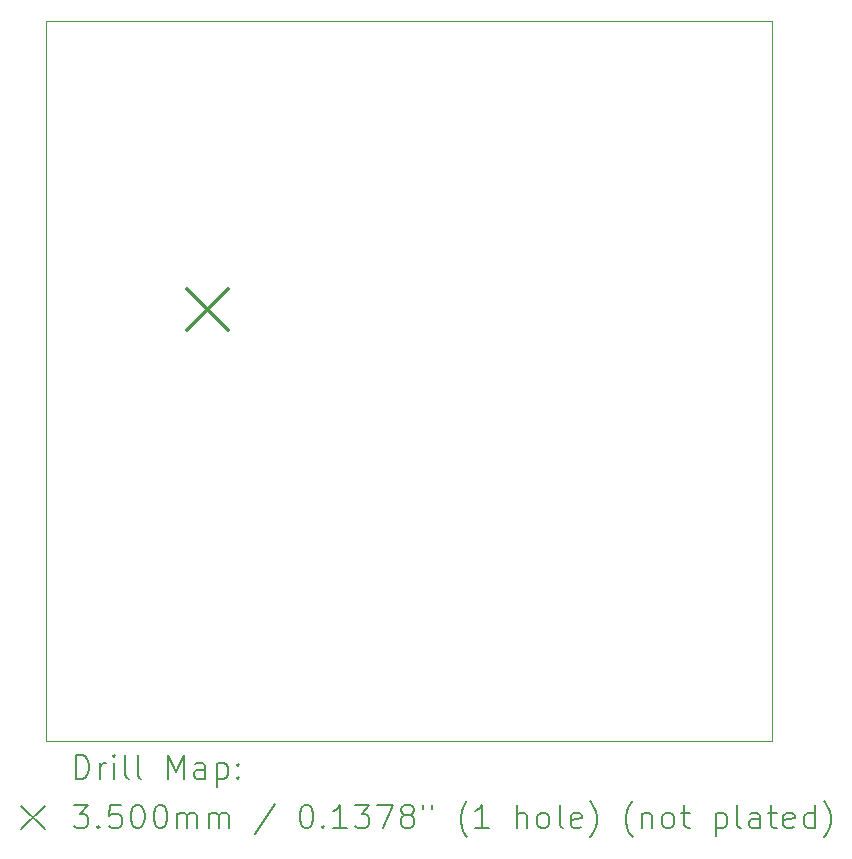
<source format=gbr>
%TF.GenerationSoftware,KiCad,Pcbnew,7.0.9*%
%TF.CreationDate,2025-09-04T13:28:03+02:00*%
%TF.ProjectId,Kicad_Projet_Sons_HW896_V1,4b696361-645f-4507-926f-6a65745f536f,rev?*%
%TF.SameCoordinates,Original*%
%TF.FileFunction,Drillmap*%
%TF.FilePolarity,Positive*%
%FSLAX45Y45*%
G04 Gerber Fmt 4.5, Leading zero omitted, Abs format (unit mm)*
G04 Created by KiCad (PCBNEW 7.0.9) date 2025-09-04 13:28:03*
%MOMM*%
%LPD*%
G01*
G04 APERTURE LIST*
%ADD10C,0.100000*%
%ADD11C,0.200000*%
%ADD12C,0.350000*%
G04 APERTURE END LIST*
D10*
X11580000Y-10810000D02*
X11580000Y-4710000D01*
X11580000Y-4710000D02*
X17730000Y-4710000D01*
X17730000Y-10810000D02*
X11580000Y-10810000D01*
X17730000Y-4710000D02*
X17730000Y-10810000D01*
D11*
D12*
X12776000Y-6979000D02*
X13126000Y-7329000D01*
X13126000Y-6979000D02*
X12776000Y-7329000D01*
D11*
X11835777Y-11126484D02*
X11835777Y-10926484D01*
X11835777Y-10926484D02*
X11883396Y-10926484D01*
X11883396Y-10926484D02*
X11911967Y-10936008D01*
X11911967Y-10936008D02*
X11931015Y-10955055D01*
X11931015Y-10955055D02*
X11940539Y-10974103D01*
X11940539Y-10974103D02*
X11950062Y-11012198D01*
X11950062Y-11012198D02*
X11950062Y-11040770D01*
X11950062Y-11040770D02*
X11940539Y-11078865D01*
X11940539Y-11078865D02*
X11931015Y-11097912D01*
X11931015Y-11097912D02*
X11911967Y-11116960D01*
X11911967Y-11116960D02*
X11883396Y-11126484D01*
X11883396Y-11126484D02*
X11835777Y-11126484D01*
X12035777Y-11126484D02*
X12035777Y-10993150D01*
X12035777Y-11031246D02*
X12045301Y-11012198D01*
X12045301Y-11012198D02*
X12054824Y-11002674D01*
X12054824Y-11002674D02*
X12073872Y-10993150D01*
X12073872Y-10993150D02*
X12092920Y-10993150D01*
X12159586Y-11126484D02*
X12159586Y-10993150D01*
X12159586Y-10926484D02*
X12150062Y-10936008D01*
X12150062Y-10936008D02*
X12159586Y-10945531D01*
X12159586Y-10945531D02*
X12169110Y-10936008D01*
X12169110Y-10936008D02*
X12159586Y-10926484D01*
X12159586Y-10926484D02*
X12159586Y-10945531D01*
X12283396Y-11126484D02*
X12264348Y-11116960D01*
X12264348Y-11116960D02*
X12254824Y-11097912D01*
X12254824Y-11097912D02*
X12254824Y-10926484D01*
X12388158Y-11126484D02*
X12369110Y-11116960D01*
X12369110Y-11116960D02*
X12359586Y-11097912D01*
X12359586Y-11097912D02*
X12359586Y-10926484D01*
X12616729Y-11126484D02*
X12616729Y-10926484D01*
X12616729Y-10926484D02*
X12683396Y-11069341D01*
X12683396Y-11069341D02*
X12750062Y-10926484D01*
X12750062Y-10926484D02*
X12750062Y-11126484D01*
X12931015Y-11126484D02*
X12931015Y-11021722D01*
X12931015Y-11021722D02*
X12921491Y-11002674D01*
X12921491Y-11002674D02*
X12902443Y-10993150D01*
X12902443Y-10993150D02*
X12864348Y-10993150D01*
X12864348Y-10993150D02*
X12845301Y-11002674D01*
X12931015Y-11116960D02*
X12911967Y-11126484D01*
X12911967Y-11126484D02*
X12864348Y-11126484D01*
X12864348Y-11126484D02*
X12845301Y-11116960D01*
X12845301Y-11116960D02*
X12835777Y-11097912D01*
X12835777Y-11097912D02*
X12835777Y-11078865D01*
X12835777Y-11078865D02*
X12845301Y-11059817D01*
X12845301Y-11059817D02*
X12864348Y-11050293D01*
X12864348Y-11050293D02*
X12911967Y-11050293D01*
X12911967Y-11050293D02*
X12931015Y-11040770D01*
X13026253Y-10993150D02*
X13026253Y-11193150D01*
X13026253Y-11002674D02*
X13045301Y-10993150D01*
X13045301Y-10993150D02*
X13083396Y-10993150D01*
X13083396Y-10993150D02*
X13102443Y-11002674D01*
X13102443Y-11002674D02*
X13111967Y-11012198D01*
X13111967Y-11012198D02*
X13121491Y-11031246D01*
X13121491Y-11031246D02*
X13121491Y-11088389D01*
X13121491Y-11088389D02*
X13111967Y-11107436D01*
X13111967Y-11107436D02*
X13102443Y-11116960D01*
X13102443Y-11116960D02*
X13083396Y-11126484D01*
X13083396Y-11126484D02*
X13045301Y-11126484D01*
X13045301Y-11126484D02*
X13026253Y-11116960D01*
X13207205Y-11107436D02*
X13216729Y-11116960D01*
X13216729Y-11116960D02*
X13207205Y-11126484D01*
X13207205Y-11126484D02*
X13197682Y-11116960D01*
X13197682Y-11116960D02*
X13207205Y-11107436D01*
X13207205Y-11107436D02*
X13207205Y-11126484D01*
X13207205Y-11002674D02*
X13216729Y-11012198D01*
X13216729Y-11012198D02*
X13207205Y-11021722D01*
X13207205Y-11021722D02*
X13197682Y-11012198D01*
X13197682Y-11012198D02*
X13207205Y-11002674D01*
X13207205Y-11002674D02*
X13207205Y-11021722D01*
X11375000Y-11355000D02*
X11575000Y-11555000D01*
X11575000Y-11355000D02*
X11375000Y-11555000D01*
X11816729Y-11346484D02*
X11940539Y-11346484D01*
X11940539Y-11346484D02*
X11873872Y-11422674D01*
X11873872Y-11422674D02*
X11902443Y-11422674D01*
X11902443Y-11422674D02*
X11921491Y-11432198D01*
X11921491Y-11432198D02*
X11931015Y-11441722D01*
X11931015Y-11441722D02*
X11940539Y-11460769D01*
X11940539Y-11460769D02*
X11940539Y-11508388D01*
X11940539Y-11508388D02*
X11931015Y-11527436D01*
X11931015Y-11527436D02*
X11921491Y-11536960D01*
X11921491Y-11536960D02*
X11902443Y-11546484D01*
X11902443Y-11546484D02*
X11845301Y-11546484D01*
X11845301Y-11546484D02*
X11826253Y-11536960D01*
X11826253Y-11536960D02*
X11816729Y-11527436D01*
X12026253Y-11527436D02*
X12035777Y-11536960D01*
X12035777Y-11536960D02*
X12026253Y-11546484D01*
X12026253Y-11546484D02*
X12016729Y-11536960D01*
X12016729Y-11536960D02*
X12026253Y-11527436D01*
X12026253Y-11527436D02*
X12026253Y-11546484D01*
X12216729Y-11346484D02*
X12121491Y-11346484D01*
X12121491Y-11346484D02*
X12111967Y-11441722D01*
X12111967Y-11441722D02*
X12121491Y-11432198D01*
X12121491Y-11432198D02*
X12140539Y-11422674D01*
X12140539Y-11422674D02*
X12188158Y-11422674D01*
X12188158Y-11422674D02*
X12207205Y-11432198D01*
X12207205Y-11432198D02*
X12216729Y-11441722D01*
X12216729Y-11441722D02*
X12226253Y-11460769D01*
X12226253Y-11460769D02*
X12226253Y-11508388D01*
X12226253Y-11508388D02*
X12216729Y-11527436D01*
X12216729Y-11527436D02*
X12207205Y-11536960D01*
X12207205Y-11536960D02*
X12188158Y-11546484D01*
X12188158Y-11546484D02*
X12140539Y-11546484D01*
X12140539Y-11546484D02*
X12121491Y-11536960D01*
X12121491Y-11536960D02*
X12111967Y-11527436D01*
X12350062Y-11346484D02*
X12369110Y-11346484D01*
X12369110Y-11346484D02*
X12388158Y-11356008D01*
X12388158Y-11356008D02*
X12397682Y-11365531D01*
X12397682Y-11365531D02*
X12407205Y-11384579D01*
X12407205Y-11384579D02*
X12416729Y-11422674D01*
X12416729Y-11422674D02*
X12416729Y-11470293D01*
X12416729Y-11470293D02*
X12407205Y-11508388D01*
X12407205Y-11508388D02*
X12397682Y-11527436D01*
X12397682Y-11527436D02*
X12388158Y-11536960D01*
X12388158Y-11536960D02*
X12369110Y-11546484D01*
X12369110Y-11546484D02*
X12350062Y-11546484D01*
X12350062Y-11546484D02*
X12331015Y-11536960D01*
X12331015Y-11536960D02*
X12321491Y-11527436D01*
X12321491Y-11527436D02*
X12311967Y-11508388D01*
X12311967Y-11508388D02*
X12302443Y-11470293D01*
X12302443Y-11470293D02*
X12302443Y-11422674D01*
X12302443Y-11422674D02*
X12311967Y-11384579D01*
X12311967Y-11384579D02*
X12321491Y-11365531D01*
X12321491Y-11365531D02*
X12331015Y-11356008D01*
X12331015Y-11356008D02*
X12350062Y-11346484D01*
X12540539Y-11346484D02*
X12559586Y-11346484D01*
X12559586Y-11346484D02*
X12578634Y-11356008D01*
X12578634Y-11356008D02*
X12588158Y-11365531D01*
X12588158Y-11365531D02*
X12597682Y-11384579D01*
X12597682Y-11384579D02*
X12607205Y-11422674D01*
X12607205Y-11422674D02*
X12607205Y-11470293D01*
X12607205Y-11470293D02*
X12597682Y-11508388D01*
X12597682Y-11508388D02*
X12588158Y-11527436D01*
X12588158Y-11527436D02*
X12578634Y-11536960D01*
X12578634Y-11536960D02*
X12559586Y-11546484D01*
X12559586Y-11546484D02*
X12540539Y-11546484D01*
X12540539Y-11546484D02*
X12521491Y-11536960D01*
X12521491Y-11536960D02*
X12511967Y-11527436D01*
X12511967Y-11527436D02*
X12502443Y-11508388D01*
X12502443Y-11508388D02*
X12492920Y-11470293D01*
X12492920Y-11470293D02*
X12492920Y-11422674D01*
X12492920Y-11422674D02*
X12502443Y-11384579D01*
X12502443Y-11384579D02*
X12511967Y-11365531D01*
X12511967Y-11365531D02*
X12521491Y-11356008D01*
X12521491Y-11356008D02*
X12540539Y-11346484D01*
X12692920Y-11546484D02*
X12692920Y-11413150D01*
X12692920Y-11432198D02*
X12702443Y-11422674D01*
X12702443Y-11422674D02*
X12721491Y-11413150D01*
X12721491Y-11413150D02*
X12750063Y-11413150D01*
X12750063Y-11413150D02*
X12769110Y-11422674D01*
X12769110Y-11422674D02*
X12778634Y-11441722D01*
X12778634Y-11441722D02*
X12778634Y-11546484D01*
X12778634Y-11441722D02*
X12788158Y-11422674D01*
X12788158Y-11422674D02*
X12807205Y-11413150D01*
X12807205Y-11413150D02*
X12835777Y-11413150D01*
X12835777Y-11413150D02*
X12854824Y-11422674D01*
X12854824Y-11422674D02*
X12864348Y-11441722D01*
X12864348Y-11441722D02*
X12864348Y-11546484D01*
X12959586Y-11546484D02*
X12959586Y-11413150D01*
X12959586Y-11432198D02*
X12969110Y-11422674D01*
X12969110Y-11422674D02*
X12988158Y-11413150D01*
X12988158Y-11413150D02*
X13016729Y-11413150D01*
X13016729Y-11413150D02*
X13035777Y-11422674D01*
X13035777Y-11422674D02*
X13045301Y-11441722D01*
X13045301Y-11441722D02*
X13045301Y-11546484D01*
X13045301Y-11441722D02*
X13054824Y-11422674D01*
X13054824Y-11422674D02*
X13073872Y-11413150D01*
X13073872Y-11413150D02*
X13102443Y-11413150D01*
X13102443Y-11413150D02*
X13121491Y-11422674D01*
X13121491Y-11422674D02*
X13131015Y-11441722D01*
X13131015Y-11441722D02*
X13131015Y-11546484D01*
X13521491Y-11336960D02*
X13350063Y-11594103D01*
X13778634Y-11346484D02*
X13797682Y-11346484D01*
X13797682Y-11346484D02*
X13816729Y-11356008D01*
X13816729Y-11356008D02*
X13826253Y-11365531D01*
X13826253Y-11365531D02*
X13835777Y-11384579D01*
X13835777Y-11384579D02*
X13845301Y-11422674D01*
X13845301Y-11422674D02*
X13845301Y-11470293D01*
X13845301Y-11470293D02*
X13835777Y-11508388D01*
X13835777Y-11508388D02*
X13826253Y-11527436D01*
X13826253Y-11527436D02*
X13816729Y-11536960D01*
X13816729Y-11536960D02*
X13797682Y-11546484D01*
X13797682Y-11546484D02*
X13778634Y-11546484D01*
X13778634Y-11546484D02*
X13759586Y-11536960D01*
X13759586Y-11536960D02*
X13750063Y-11527436D01*
X13750063Y-11527436D02*
X13740539Y-11508388D01*
X13740539Y-11508388D02*
X13731015Y-11470293D01*
X13731015Y-11470293D02*
X13731015Y-11422674D01*
X13731015Y-11422674D02*
X13740539Y-11384579D01*
X13740539Y-11384579D02*
X13750063Y-11365531D01*
X13750063Y-11365531D02*
X13759586Y-11356008D01*
X13759586Y-11356008D02*
X13778634Y-11346484D01*
X13931015Y-11527436D02*
X13940539Y-11536960D01*
X13940539Y-11536960D02*
X13931015Y-11546484D01*
X13931015Y-11546484D02*
X13921491Y-11536960D01*
X13921491Y-11536960D02*
X13931015Y-11527436D01*
X13931015Y-11527436D02*
X13931015Y-11546484D01*
X14131015Y-11546484D02*
X14016729Y-11546484D01*
X14073872Y-11546484D02*
X14073872Y-11346484D01*
X14073872Y-11346484D02*
X14054825Y-11375055D01*
X14054825Y-11375055D02*
X14035777Y-11394103D01*
X14035777Y-11394103D02*
X14016729Y-11403627D01*
X14197682Y-11346484D02*
X14321491Y-11346484D01*
X14321491Y-11346484D02*
X14254825Y-11422674D01*
X14254825Y-11422674D02*
X14283396Y-11422674D01*
X14283396Y-11422674D02*
X14302444Y-11432198D01*
X14302444Y-11432198D02*
X14311967Y-11441722D01*
X14311967Y-11441722D02*
X14321491Y-11460769D01*
X14321491Y-11460769D02*
X14321491Y-11508388D01*
X14321491Y-11508388D02*
X14311967Y-11527436D01*
X14311967Y-11527436D02*
X14302444Y-11536960D01*
X14302444Y-11536960D02*
X14283396Y-11546484D01*
X14283396Y-11546484D02*
X14226253Y-11546484D01*
X14226253Y-11546484D02*
X14207206Y-11536960D01*
X14207206Y-11536960D02*
X14197682Y-11527436D01*
X14388158Y-11346484D02*
X14521491Y-11346484D01*
X14521491Y-11346484D02*
X14435777Y-11546484D01*
X14626253Y-11432198D02*
X14607206Y-11422674D01*
X14607206Y-11422674D02*
X14597682Y-11413150D01*
X14597682Y-11413150D02*
X14588158Y-11394103D01*
X14588158Y-11394103D02*
X14588158Y-11384579D01*
X14588158Y-11384579D02*
X14597682Y-11365531D01*
X14597682Y-11365531D02*
X14607206Y-11356008D01*
X14607206Y-11356008D02*
X14626253Y-11346484D01*
X14626253Y-11346484D02*
X14664348Y-11346484D01*
X14664348Y-11346484D02*
X14683396Y-11356008D01*
X14683396Y-11356008D02*
X14692920Y-11365531D01*
X14692920Y-11365531D02*
X14702444Y-11384579D01*
X14702444Y-11384579D02*
X14702444Y-11394103D01*
X14702444Y-11394103D02*
X14692920Y-11413150D01*
X14692920Y-11413150D02*
X14683396Y-11422674D01*
X14683396Y-11422674D02*
X14664348Y-11432198D01*
X14664348Y-11432198D02*
X14626253Y-11432198D01*
X14626253Y-11432198D02*
X14607206Y-11441722D01*
X14607206Y-11441722D02*
X14597682Y-11451246D01*
X14597682Y-11451246D02*
X14588158Y-11470293D01*
X14588158Y-11470293D02*
X14588158Y-11508388D01*
X14588158Y-11508388D02*
X14597682Y-11527436D01*
X14597682Y-11527436D02*
X14607206Y-11536960D01*
X14607206Y-11536960D02*
X14626253Y-11546484D01*
X14626253Y-11546484D02*
X14664348Y-11546484D01*
X14664348Y-11546484D02*
X14683396Y-11536960D01*
X14683396Y-11536960D02*
X14692920Y-11527436D01*
X14692920Y-11527436D02*
X14702444Y-11508388D01*
X14702444Y-11508388D02*
X14702444Y-11470293D01*
X14702444Y-11470293D02*
X14692920Y-11451246D01*
X14692920Y-11451246D02*
X14683396Y-11441722D01*
X14683396Y-11441722D02*
X14664348Y-11432198D01*
X14778634Y-11346484D02*
X14778634Y-11384579D01*
X14854825Y-11346484D02*
X14854825Y-11384579D01*
X15150063Y-11622674D02*
X15140539Y-11613150D01*
X15140539Y-11613150D02*
X15121491Y-11584579D01*
X15121491Y-11584579D02*
X15111968Y-11565531D01*
X15111968Y-11565531D02*
X15102444Y-11536960D01*
X15102444Y-11536960D02*
X15092920Y-11489341D01*
X15092920Y-11489341D02*
X15092920Y-11451246D01*
X15092920Y-11451246D02*
X15102444Y-11403627D01*
X15102444Y-11403627D02*
X15111968Y-11375055D01*
X15111968Y-11375055D02*
X15121491Y-11356008D01*
X15121491Y-11356008D02*
X15140539Y-11327436D01*
X15140539Y-11327436D02*
X15150063Y-11317912D01*
X15331015Y-11546484D02*
X15216729Y-11546484D01*
X15273872Y-11546484D02*
X15273872Y-11346484D01*
X15273872Y-11346484D02*
X15254825Y-11375055D01*
X15254825Y-11375055D02*
X15235777Y-11394103D01*
X15235777Y-11394103D02*
X15216729Y-11403627D01*
X15569110Y-11546484D02*
X15569110Y-11346484D01*
X15654825Y-11546484D02*
X15654825Y-11441722D01*
X15654825Y-11441722D02*
X15645301Y-11422674D01*
X15645301Y-11422674D02*
X15626253Y-11413150D01*
X15626253Y-11413150D02*
X15597682Y-11413150D01*
X15597682Y-11413150D02*
X15578634Y-11422674D01*
X15578634Y-11422674D02*
X15569110Y-11432198D01*
X15778634Y-11546484D02*
X15759587Y-11536960D01*
X15759587Y-11536960D02*
X15750063Y-11527436D01*
X15750063Y-11527436D02*
X15740539Y-11508388D01*
X15740539Y-11508388D02*
X15740539Y-11451246D01*
X15740539Y-11451246D02*
X15750063Y-11432198D01*
X15750063Y-11432198D02*
X15759587Y-11422674D01*
X15759587Y-11422674D02*
X15778634Y-11413150D01*
X15778634Y-11413150D02*
X15807206Y-11413150D01*
X15807206Y-11413150D02*
X15826253Y-11422674D01*
X15826253Y-11422674D02*
X15835777Y-11432198D01*
X15835777Y-11432198D02*
X15845301Y-11451246D01*
X15845301Y-11451246D02*
X15845301Y-11508388D01*
X15845301Y-11508388D02*
X15835777Y-11527436D01*
X15835777Y-11527436D02*
X15826253Y-11536960D01*
X15826253Y-11536960D02*
X15807206Y-11546484D01*
X15807206Y-11546484D02*
X15778634Y-11546484D01*
X15959587Y-11546484D02*
X15940539Y-11536960D01*
X15940539Y-11536960D02*
X15931015Y-11517912D01*
X15931015Y-11517912D02*
X15931015Y-11346484D01*
X16111968Y-11536960D02*
X16092920Y-11546484D01*
X16092920Y-11546484D02*
X16054825Y-11546484D01*
X16054825Y-11546484D02*
X16035777Y-11536960D01*
X16035777Y-11536960D02*
X16026253Y-11517912D01*
X16026253Y-11517912D02*
X16026253Y-11441722D01*
X16026253Y-11441722D02*
X16035777Y-11422674D01*
X16035777Y-11422674D02*
X16054825Y-11413150D01*
X16054825Y-11413150D02*
X16092920Y-11413150D01*
X16092920Y-11413150D02*
X16111968Y-11422674D01*
X16111968Y-11422674D02*
X16121491Y-11441722D01*
X16121491Y-11441722D02*
X16121491Y-11460769D01*
X16121491Y-11460769D02*
X16026253Y-11479817D01*
X16188158Y-11622674D02*
X16197682Y-11613150D01*
X16197682Y-11613150D02*
X16216730Y-11584579D01*
X16216730Y-11584579D02*
X16226253Y-11565531D01*
X16226253Y-11565531D02*
X16235777Y-11536960D01*
X16235777Y-11536960D02*
X16245301Y-11489341D01*
X16245301Y-11489341D02*
X16245301Y-11451246D01*
X16245301Y-11451246D02*
X16235777Y-11403627D01*
X16235777Y-11403627D02*
X16226253Y-11375055D01*
X16226253Y-11375055D02*
X16216730Y-11356008D01*
X16216730Y-11356008D02*
X16197682Y-11327436D01*
X16197682Y-11327436D02*
X16188158Y-11317912D01*
X16550063Y-11622674D02*
X16540539Y-11613150D01*
X16540539Y-11613150D02*
X16521491Y-11584579D01*
X16521491Y-11584579D02*
X16511968Y-11565531D01*
X16511968Y-11565531D02*
X16502444Y-11536960D01*
X16502444Y-11536960D02*
X16492920Y-11489341D01*
X16492920Y-11489341D02*
X16492920Y-11451246D01*
X16492920Y-11451246D02*
X16502444Y-11403627D01*
X16502444Y-11403627D02*
X16511968Y-11375055D01*
X16511968Y-11375055D02*
X16521491Y-11356008D01*
X16521491Y-11356008D02*
X16540539Y-11327436D01*
X16540539Y-11327436D02*
X16550063Y-11317912D01*
X16626253Y-11413150D02*
X16626253Y-11546484D01*
X16626253Y-11432198D02*
X16635777Y-11422674D01*
X16635777Y-11422674D02*
X16654825Y-11413150D01*
X16654825Y-11413150D02*
X16683396Y-11413150D01*
X16683396Y-11413150D02*
X16702444Y-11422674D01*
X16702444Y-11422674D02*
X16711968Y-11441722D01*
X16711968Y-11441722D02*
X16711968Y-11546484D01*
X16835777Y-11546484D02*
X16816730Y-11536960D01*
X16816730Y-11536960D02*
X16807206Y-11527436D01*
X16807206Y-11527436D02*
X16797682Y-11508388D01*
X16797682Y-11508388D02*
X16797682Y-11451246D01*
X16797682Y-11451246D02*
X16807206Y-11432198D01*
X16807206Y-11432198D02*
X16816730Y-11422674D01*
X16816730Y-11422674D02*
X16835777Y-11413150D01*
X16835777Y-11413150D02*
X16864349Y-11413150D01*
X16864349Y-11413150D02*
X16883396Y-11422674D01*
X16883396Y-11422674D02*
X16892920Y-11432198D01*
X16892920Y-11432198D02*
X16902444Y-11451246D01*
X16902444Y-11451246D02*
X16902444Y-11508388D01*
X16902444Y-11508388D02*
X16892920Y-11527436D01*
X16892920Y-11527436D02*
X16883396Y-11536960D01*
X16883396Y-11536960D02*
X16864349Y-11546484D01*
X16864349Y-11546484D02*
X16835777Y-11546484D01*
X16959587Y-11413150D02*
X17035777Y-11413150D01*
X16988158Y-11346484D02*
X16988158Y-11517912D01*
X16988158Y-11517912D02*
X16997682Y-11536960D01*
X16997682Y-11536960D02*
X17016730Y-11546484D01*
X17016730Y-11546484D02*
X17035777Y-11546484D01*
X17254825Y-11413150D02*
X17254825Y-11613150D01*
X17254825Y-11422674D02*
X17273873Y-11413150D01*
X17273873Y-11413150D02*
X17311968Y-11413150D01*
X17311968Y-11413150D02*
X17331015Y-11422674D01*
X17331015Y-11422674D02*
X17340539Y-11432198D01*
X17340539Y-11432198D02*
X17350063Y-11451246D01*
X17350063Y-11451246D02*
X17350063Y-11508388D01*
X17350063Y-11508388D02*
X17340539Y-11527436D01*
X17340539Y-11527436D02*
X17331015Y-11536960D01*
X17331015Y-11536960D02*
X17311968Y-11546484D01*
X17311968Y-11546484D02*
X17273873Y-11546484D01*
X17273873Y-11546484D02*
X17254825Y-11536960D01*
X17464349Y-11546484D02*
X17445301Y-11536960D01*
X17445301Y-11536960D02*
X17435777Y-11517912D01*
X17435777Y-11517912D02*
X17435777Y-11346484D01*
X17626254Y-11546484D02*
X17626254Y-11441722D01*
X17626254Y-11441722D02*
X17616730Y-11422674D01*
X17616730Y-11422674D02*
X17597682Y-11413150D01*
X17597682Y-11413150D02*
X17559587Y-11413150D01*
X17559587Y-11413150D02*
X17540539Y-11422674D01*
X17626254Y-11536960D02*
X17607206Y-11546484D01*
X17607206Y-11546484D02*
X17559587Y-11546484D01*
X17559587Y-11546484D02*
X17540539Y-11536960D01*
X17540539Y-11536960D02*
X17531015Y-11517912D01*
X17531015Y-11517912D02*
X17531015Y-11498865D01*
X17531015Y-11498865D02*
X17540539Y-11479817D01*
X17540539Y-11479817D02*
X17559587Y-11470293D01*
X17559587Y-11470293D02*
X17607206Y-11470293D01*
X17607206Y-11470293D02*
X17626254Y-11460769D01*
X17692920Y-11413150D02*
X17769111Y-11413150D01*
X17721492Y-11346484D02*
X17721492Y-11517912D01*
X17721492Y-11517912D02*
X17731015Y-11536960D01*
X17731015Y-11536960D02*
X17750063Y-11546484D01*
X17750063Y-11546484D02*
X17769111Y-11546484D01*
X17911968Y-11536960D02*
X17892920Y-11546484D01*
X17892920Y-11546484D02*
X17854825Y-11546484D01*
X17854825Y-11546484D02*
X17835777Y-11536960D01*
X17835777Y-11536960D02*
X17826254Y-11517912D01*
X17826254Y-11517912D02*
X17826254Y-11441722D01*
X17826254Y-11441722D02*
X17835777Y-11422674D01*
X17835777Y-11422674D02*
X17854825Y-11413150D01*
X17854825Y-11413150D02*
X17892920Y-11413150D01*
X17892920Y-11413150D02*
X17911968Y-11422674D01*
X17911968Y-11422674D02*
X17921492Y-11441722D01*
X17921492Y-11441722D02*
X17921492Y-11460769D01*
X17921492Y-11460769D02*
X17826254Y-11479817D01*
X18092920Y-11546484D02*
X18092920Y-11346484D01*
X18092920Y-11536960D02*
X18073873Y-11546484D01*
X18073873Y-11546484D02*
X18035777Y-11546484D01*
X18035777Y-11546484D02*
X18016730Y-11536960D01*
X18016730Y-11536960D02*
X18007206Y-11527436D01*
X18007206Y-11527436D02*
X17997682Y-11508388D01*
X17997682Y-11508388D02*
X17997682Y-11451246D01*
X17997682Y-11451246D02*
X18007206Y-11432198D01*
X18007206Y-11432198D02*
X18016730Y-11422674D01*
X18016730Y-11422674D02*
X18035777Y-11413150D01*
X18035777Y-11413150D02*
X18073873Y-11413150D01*
X18073873Y-11413150D02*
X18092920Y-11422674D01*
X18169111Y-11622674D02*
X18178635Y-11613150D01*
X18178635Y-11613150D02*
X18197682Y-11584579D01*
X18197682Y-11584579D02*
X18207206Y-11565531D01*
X18207206Y-11565531D02*
X18216730Y-11536960D01*
X18216730Y-11536960D02*
X18226254Y-11489341D01*
X18226254Y-11489341D02*
X18226254Y-11451246D01*
X18226254Y-11451246D02*
X18216730Y-11403627D01*
X18216730Y-11403627D02*
X18207206Y-11375055D01*
X18207206Y-11375055D02*
X18197682Y-11356008D01*
X18197682Y-11356008D02*
X18178635Y-11327436D01*
X18178635Y-11327436D02*
X18169111Y-11317912D01*
M02*

</source>
